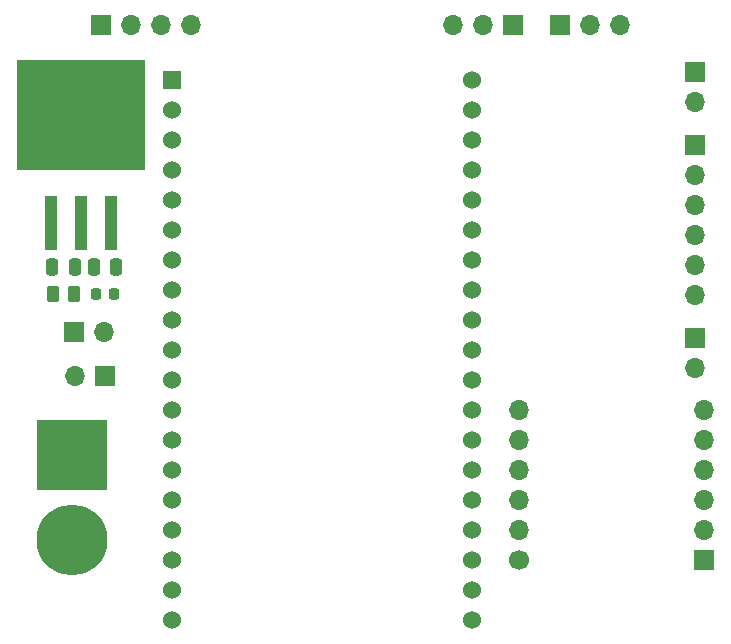
<source format=gbr>
%TF.GenerationSoftware,KiCad,Pcbnew,(6.0.9)*%
%TF.CreationDate,2023-05-11T13:54:47+10:00*%
%TF.ProjectId,Rescue Line,52657363-7565-4204-9c69-6e652e6b6963,rev?*%
%TF.SameCoordinates,Original*%
%TF.FileFunction,Soldermask,Top*%
%TF.FilePolarity,Negative*%
%FSLAX46Y46*%
G04 Gerber Fmt 4.6, Leading zero omitted, Abs format (unit mm)*
G04 Created by KiCad (PCBNEW (6.0.9)) date 2023-05-11 13:54:47*
%MOMM*%
%LPD*%
G01*
G04 APERTURE LIST*
G04 Aperture macros list*
%AMRoundRect*
0 Rectangle with rounded corners*
0 $1 Rounding radius*
0 $2 $3 $4 $5 $6 $7 $8 $9 X,Y pos of 4 corners*
0 Add a 4 corners polygon primitive as box body*
4,1,4,$2,$3,$4,$5,$6,$7,$8,$9,$2,$3,0*
0 Add four circle primitives for the rounded corners*
1,1,$1+$1,$2,$3*
1,1,$1+$1,$4,$5*
1,1,$1+$1,$6,$7*
1,1,$1+$1,$8,$9*
0 Add four rect primitives between the rounded corners*
20,1,$1+$1,$2,$3,$4,$5,0*
20,1,$1+$1,$4,$5,$6,$7,0*
20,1,$1+$1,$6,$7,$8,$9,0*
20,1,$1+$1,$8,$9,$2,$3,0*%
G04 Aperture macros list end*
%ADD10RoundRect,0.250000X0.250000X0.475000X-0.250000X0.475000X-0.250000X-0.475000X0.250000X-0.475000X0*%
%ADD11R,1.700000X1.700000*%
%ADD12O,1.700000X1.700000*%
%ADD13R,1.530000X1.530000*%
%ADD14C,1.530000*%
%ADD15C,1.700000*%
%ADD16C,6.000000*%
%ADD17R,6.000000X6.000000*%
%ADD18RoundRect,0.218750X0.218750X0.256250X-0.218750X0.256250X-0.218750X-0.256250X0.218750X-0.256250X0*%
%ADD19RoundRect,0.250000X0.262500X0.450000X-0.262500X0.450000X-0.262500X-0.450000X0.262500X-0.450000X0*%
%ADD20RoundRect,0.250000X-0.250000X-0.475000X0.250000X-0.475000X0.250000X0.475000X-0.250000X0.475000X0*%
%ADD21R,1.100000X4.600000*%
%ADD22R,10.800000X9.400000*%
G04 APERTURE END LIST*
D10*
%TO.C,C2*%
X110950000Y-90750000D03*
X109050000Y-90750000D03*
%TD*%
D11*
%TO.C,J3*%
X148025000Y-70275000D03*
D12*
X145485000Y-70275000D03*
X142945000Y-70275000D03*
%TD*%
D11*
%TO.C,J6*%
X163500000Y-80380000D03*
D12*
X163500000Y-82920000D03*
X163500000Y-85460000D03*
X163500000Y-88000000D03*
X163500000Y-90540000D03*
X163500000Y-93080000D03*
%TD*%
D13*
%TO.C,U2*%
X119225000Y-74870000D03*
D14*
X119225000Y-77410000D03*
X119225000Y-79950000D03*
X119225000Y-82490000D03*
X119225000Y-85030000D03*
X119225000Y-87570000D03*
X119225000Y-90110000D03*
X119225000Y-92650000D03*
X119225000Y-95190000D03*
X119225000Y-97730000D03*
X119225000Y-100270000D03*
X119225000Y-102810000D03*
X119225000Y-105350000D03*
X119225000Y-107890000D03*
X119225000Y-110430000D03*
X119225000Y-112970000D03*
X119225000Y-115510000D03*
X119225000Y-118050000D03*
X119225000Y-120590000D03*
X144625000Y-120590000D03*
X144625000Y-118050000D03*
X144625000Y-115510000D03*
X144625000Y-112970000D03*
X144625000Y-110430000D03*
X144625000Y-107890000D03*
X144625000Y-105350000D03*
X144625000Y-102810000D03*
X144625000Y-100270000D03*
X144625000Y-97730000D03*
X144625000Y-95190000D03*
X144625000Y-92650000D03*
X144625000Y-90110000D03*
X144625000Y-87570000D03*
X144625000Y-85030000D03*
X144625000Y-82490000D03*
X144625000Y-79950000D03*
X144625000Y-77410000D03*
X144625000Y-74870000D03*
%TD*%
D11*
%TO.C,J8*%
X163500000Y-74230000D03*
D12*
X163500000Y-76770000D03*
%TD*%
%TO.C,U3*%
X148585000Y-102805000D03*
X148585000Y-105345000D03*
X148585000Y-107885000D03*
X148585000Y-110425000D03*
X148585000Y-112965000D03*
D15*
X148585000Y-115505000D03*
D12*
X164225000Y-102815000D03*
X164225000Y-105355000D03*
X164225000Y-107895000D03*
X164225000Y-110435000D03*
X164225000Y-112975000D03*
D11*
X164225000Y-115515000D03*
%TD*%
D16*
%TO.C,J5*%
X110750000Y-113850000D03*
D17*
X110750000Y-106650000D03*
%TD*%
D11*
%TO.C,J2*%
X152000000Y-70250000D03*
D12*
X154540000Y-70250000D03*
X157080000Y-70250000D03*
%TD*%
D11*
%TO.C,J1*%
X110905000Y-96218500D03*
D12*
X113445000Y-96218500D03*
%TD*%
D18*
%TO.C,D2*%
X114287500Y-93000000D03*
X112712500Y-93000000D03*
%TD*%
D19*
%TO.C,R2*%
X110912500Y-93000000D03*
X109087500Y-93000000D03*
%TD*%
D11*
%TO.C,J9*%
X113525000Y-100000000D03*
D12*
X110985000Y-100000000D03*
%TD*%
D11*
%TO.C,J4*%
X113200000Y-70250000D03*
D12*
X115740000Y-70250000D03*
X118280000Y-70250000D03*
X120820000Y-70250000D03*
%TD*%
D20*
%TO.C,C1*%
X112550000Y-90750000D03*
X114450000Y-90750000D03*
%TD*%
D21*
%TO.C,U1*%
X108960000Y-87025000D03*
X111500000Y-87025000D03*
D22*
X111500000Y-77875000D03*
D21*
X114040000Y-87025000D03*
%TD*%
D11*
%TO.C,J7*%
X163500000Y-96705000D03*
D12*
X163500000Y-99245000D03*
%TD*%
M02*

</source>
